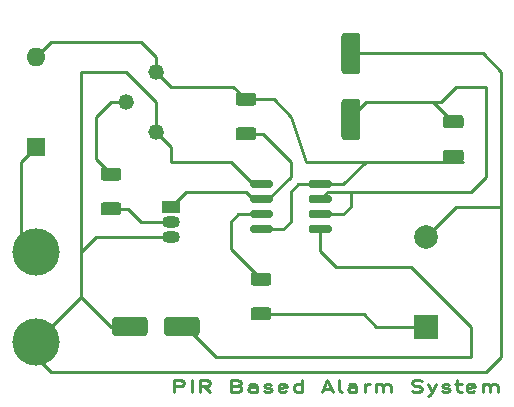
<source format=gbr>
%TF.GenerationSoftware,KiCad,Pcbnew,(5.1.9)-1*%
%TF.CreationDate,2021-03-24T16:34:38+05:30*%
%TF.ProjectId,pir alarm system,70697220-616c-4617-926d-207379737465,1.0*%
%TF.SameCoordinates,Original*%
%TF.FileFunction,Copper,L1,Top*%
%TF.FilePolarity,Positive*%
%FSLAX46Y46*%
G04 Gerber Fmt 4.6, Leading zero omitted, Abs format (unit mm)*
G04 Created by KiCad (PCBNEW (5.1.9)-1) date 2021-03-24 16:34:38*
%MOMM*%
%LPD*%
G01*
G04 APERTURE LIST*
%TA.AperFunction,NonConductor*%
%ADD10C,0.250000*%
%TD*%
%TA.AperFunction,SMDPad,CuDef*%
%ADD11C,4.000000*%
%TD*%
%TA.AperFunction,ComponentPad*%
%ADD12O,1.600000X1.600000*%
%TD*%
%TA.AperFunction,ComponentPad*%
%ADD13R,1.600000X1.600000*%
%TD*%
%TA.AperFunction,ComponentPad*%
%ADD14R,1.500000X1.050000*%
%TD*%
%TA.AperFunction,ComponentPad*%
%ADD15O,1.500000X1.050000*%
%TD*%
%TA.AperFunction,ComponentPad*%
%ADD16C,1.320800*%
%TD*%
%TA.AperFunction,ComponentPad*%
%ADD17C,2.000000*%
%TD*%
%TA.AperFunction,ComponentPad*%
%ADD18R,2.000000X2.000000*%
%TD*%
%TA.AperFunction,Conductor*%
%ADD19C,0.250000*%
%TD*%
G04 APERTURE END LIST*
D10*
X152655714Y-138882380D02*
X152655714Y-137882380D01*
X153227142Y-137882380D01*
X153370000Y-137930000D01*
X153441428Y-137977619D01*
X153512857Y-138072857D01*
X153512857Y-138215714D01*
X153441428Y-138310952D01*
X153370000Y-138358571D01*
X153227142Y-138406190D01*
X152655714Y-138406190D01*
X154155714Y-138882380D02*
X154155714Y-137882380D01*
X155727142Y-138882380D02*
X155227142Y-138406190D01*
X154870000Y-138882380D02*
X154870000Y-137882380D01*
X155441428Y-137882380D01*
X155584285Y-137930000D01*
X155655714Y-137977619D01*
X155727142Y-138072857D01*
X155727142Y-138215714D01*
X155655714Y-138310952D01*
X155584285Y-138358571D01*
X155441428Y-138406190D01*
X154870000Y-138406190D01*
X158012857Y-138358571D02*
X158227142Y-138406190D01*
X158298571Y-138453809D01*
X158370000Y-138549047D01*
X158370000Y-138691904D01*
X158298571Y-138787142D01*
X158227142Y-138834761D01*
X158084285Y-138882380D01*
X157512857Y-138882380D01*
X157512857Y-137882380D01*
X158012857Y-137882380D01*
X158155714Y-137930000D01*
X158227142Y-137977619D01*
X158298571Y-138072857D01*
X158298571Y-138168095D01*
X158227142Y-138263333D01*
X158155714Y-138310952D01*
X158012857Y-138358571D01*
X157512857Y-138358571D01*
X159655714Y-138882380D02*
X159655714Y-138358571D01*
X159584285Y-138263333D01*
X159441428Y-138215714D01*
X159155714Y-138215714D01*
X159012857Y-138263333D01*
X159655714Y-138834761D02*
X159512857Y-138882380D01*
X159155714Y-138882380D01*
X159012857Y-138834761D01*
X158941428Y-138739523D01*
X158941428Y-138644285D01*
X159012857Y-138549047D01*
X159155714Y-138501428D01*
X159512857Y-138501428D01*
X159655714Y-138453809D01*
X160298571Y-138834761D02*
X160441428Y-138882380D01*
X160727142Y-138882380D01*
X160870000Y-138834761D01*
X160941428Y-138739523D01*
X160941428Y-138691904D01*
X160870000Y-138596666D01*
X160727142Y-138549047D01*
X160512857Y-138549047D01*
X160370000Y-138501428D01*
X160298571Y-138406190D01*
X160298571Y-138358571D01*
X160370000Y-138263333D01*
X160512857Y-138215714D01*
X160727142Y-138215714D01*
X160870000Y-138263333D01*
X162155714Y-138834761D02*
X162012857Y-138882380D01*
X161727142Y-138882380D01*
X161584285Y-138834761D01*
X161512857Y-138739523D01*
X161512857Y-138358571D01*
X161584285Y-138263333D01*
X161727142Y-138215714D01*
X162012857Y-138215714D01*
X162155714Y-138263333D01*
X162227142Y-138358571D01*
X162227142Y-138453809D01*
X161512857Y-138549047D01*
X163512857Y-138882380D02*
X163512857Y-137882380D01*
X163512857Y-138834761D02*
X163370000Y-138882380D01*
X163084285Y-138882380D01*
X162941428Y-138834761D01*
X162870000Y-138787142D01*
X162798571Y-138691904D01*
X162798571Y-138406190D01*
X162870000Y-138310952D01*
X162941428Y-138263333D01*
X163084285Y-138215714D01*
X163370000Y-138215714D01*
X163512857Y-138263333D01*
X165298571Y-138596666D02*
X166012857Y-138596666D01*
X165155714Y-138882380D02*
X165655714Y-137882380D01*
X166155714Y-138882380D01*
X166870000Y-138882380D02*
X166727142Y-138834761D01*
X166655714Y-138739523D01*
X166655714Y-137882380D01*
X168084285Y-138882380D02*
X168084285Y-138358571D01*
X168012857Y-138263333D01*
X167870000Y-138215714D01*
X167584285Y-138215714D01*
X167441428Y-138263333D01*
X168084285Y-138834761D02*
X167941428Y-138882380D01*
X167584285Y-138882380D01*
X167441428Y-138834761D01*
X167370000Y-138739523D01*
X167370000Y-138644285D01*
X167441428Y-138549047D01*
X167584285Y-138501428D01*
X167941428Y-138501428D01*
X168084285Y-138453809D01*
X168798571Y-138882380D02*
X168798571Y-138215714D01*
X168798571Y-138406190D02*
X168870000Y-138310952D01*
X168941428Y-138263333D01*
X169084285Y-138215714D01*
X169227142Y-138215714D01*
X169727142Y-138882380D02*
X169727142Y-138215714D01*
X169727142Y-138310952D02*
X169798571Y-138263333D01*
X169941428Y-138215714D01*
X170155714Y-138215714D01*
X170298571Y-138263333D01*
X170370000Y-138358571D01*
X170370000Y-138882380D01*
X170370000Y-138358571D02*
X170441428Y-138263333D01*
X170584285Y-138215714D01*
X170798571Y-138215714D01*
X170941428Y-138263333D01*
X171012857Y-138358571D01*
X171012857Y-138882380D01*
X172798571Y-138834761D02*
X173012857Y-138882380D01*
X173370000Y-138882380D01*
X173512857Y-138834761D01*
X173584285Y-138787142D01*
X173655714Y-138691904D01*
X173655714Y-138596666D01*
X173584285Y-138501428D01*
X173512857Y-138453809D01*
X173370000Y-138406190D01*
X173084285Y-138358571D01*
X172941428Y-138310952D01*
X172870000Y-138263333D01*
X172798571Y-138168095D01*
X172798571Y-138072857D01*
X172870000Y-137977619D01*
X172941428Y-137930000D01*
X173084285Y-137882380D01*
X173441428Y-137882380D01*
X173655714Y-137930000D01*
X174155714Y-138215714D02*
X174512857Y-138882380D01*
X174870000Y-138215714D02*
X174512857Y-138882380D01*
X174370000Y-139120476D01*
X174298571Y-139168095D01*
X174155714Y-139215714D01*
X175370000Y-138834761D02*
X175512857Y-138882380D01*
X175798571Y-138882380D01*
X175941428Y-138834761D01*
X176012857Y-138739523D01*
X176012857Y-138691904D01*
X175941428Y-138596666D01*
X175798571Y-138549047D01*
X175584285Y-138549047D01*
X175441428Y-138501428D01*
X175370000Y-138406190D01*
X175370000Y-138358571D01*
X175441428Y-138263333D01*
X175584285Y-138215714D01*
X175798571Y-138215714D01*
X175941428Y-138263333D01*
X176441428Y-138215714D02*
X177012857Y-138215714D01*
X176655714Y-137882380D02*
X176655714Y-138739523D01*
X176727142Y-138834761D01*
X176870000Y-138882380D01*
X177012857Y-138882380D01*
X178084285Y-138834761D02*
X177941428Y-138882380D01*
X177655714Y-138882380D01*
X177512857Y-138834761D01*
X177441428Y-138739523D01*
X177441428Y-138358571D01*
X177512857Y-138263333D01*
X177655714Y-138215714D01*
X177941428Y-138215714D01*
X178084285Y-138263333D01*
X178155714Y-138358571D01*
X178155714Y-138453809D01*
X177441428Y-138549047D01*
X178798571Y-138882380D02*
X178798571Y-138215714D01*
X178798571Y-138310952D02*
X178870000Y-138263333D01*
X179012857Y-138215714D01*
X179227142Y-138215714D01*
X179370000Y-138263333D01*
X179441428Y-138358571D01*
X179441428Y-138882380D01*
X179441428Y-138358571D02*
X179512857Y-138263333D01*
X179655714Y-138215714D01*
X179870000Y-138215714D01*
X180012857Y-138263333D01*
X180084285Y-138358571D01*
X180084285Y-138882380D01*
D11*
%TO.P,VCC1,1*%
%TO.N,Net-(SW1-Pad1)*%
X140970000Y-127000000D03*
%TD*%
%TO.P,U1,8*%
%TO.N,/SW*%
%TA.AperFunction,SMDPad,CuDef*%
G36*
G01*
X164060000Y-121435000D02*
X164060000Y-121135000D01*
G75*
G02*
X164210000Y-120985000I150000J0D01*
G01*
X165860000Y-120985000D01*
G75*
G02*
X166010000Y-121135000I0J-150000D01*
G01*
X166010000Y-121435000D01*
G75*
G02*
X165860000Y-121585000I-150000J0D01*
G01*
X164210000Y-121585000D01*
G75*
G02*
X164060000Y-121435000I0J150000D01*
G01*
G37*
%TD.AperFunction*%
%TO.P,U1,7*%
%TO.N,Net-(C2-Pad1)*%
%TA.AperFunction,SMDPad,CuDef*%
G36*
G01*
X164060000Y-122705000D02*
X164060000Y-122405000D01*
G75*
G02*
X164210000Y-122255000I150000J0D01*
G01*
X165860000Y-122255000D01*
G75*
G02*
X166010000Y-122405000I0J-150000D01*
G01*
X166010000Y-122705000D01*
G75*
G02*
X165860000Y-122855000I-150000J0D01*
G01*
X164210000Y-122855000D01*
G75*
G02*
X164060000Y-122705000I0J150000D01*
G01*
G37*
%TD.AperFunction*%
%TO.P,U1,6*%
%TA.AperFunction,SMDPad,CuDef*%
G36*
G01*
X164060000Y-123975000D02*
X164060000Y-123675000D01*
G75*
G02*
X164210000Y-123525000I150000J0D01*
G01*
X165860000Y-123525000D01*
G75*
G02*
X166010000Y-123675000I0J-150000D01*
G01*
X166010000Y-123975000D01*
G75*
G02*
X165860000Y-124125000I-150000J0D01*
G01*
X164210000Y-124125000D01*
G75*
G02*
X164060000Y-123975000I0J150000D01*
G01*
G37*
%TD.AperFunction*%
%TO.P,U1,5*%
%TO.N,Net-(C1-Pad1)*%
%TA.AperFunction,SMDPad,CuDef*%
G36*
G01*
X164060000Y-125245000D02*
X164060000Y-124945000D01*
G75*
G02*
X164210000Y-124795000I150000J0D01*
G01*
X165860000Y-124795000D01*
G75*
G02*
X166010000Y-124945000I0J-150000D01*
G01*
X166010000Y-125245000D01*
G75*
G02*
X165860000Y-125395000I-150000J0D01*
G01*
X164210000Y-125395000D01*
G75*
G02*
X164060000Y-125245000I0J150000D01*
G01*
G37*
%TD.AperFunction*%
%TO.P,U1,4*%
%TO.N,/SW*%
%TA.AperFunction,SMDPad,CuDef*%
G36*
G01*
X159110000Y-125245000D02*
X159110000Y-124945000D01*
G75*
G02*
X159260000Y-124795000I150000J0D01*
G01*
X160910000Y-124795000D01*
G75*
G02*
X161060000Y-124945000I0J-150000D01*
G01*
X161060000Y-125245000D01*
G75*
G02*
X160910000Y-125395000I-150000J0D01*
G01*
X159260000Y-125395000D01*
G75*
G02*
X159110000Y-125245000I0J150000D01*
G01*
G37*
%TD.AperFunction*%
%TO.P,U1,3*%
%TO.N,/OUT*%
%TA.AperFunction,SMDPad,CuDef*%
G36*
G01*
X159110000Y-123975000D02*
X159110000Y-123675000D01*
G75*
G02*
X159260000Y-123525000I150000J0D01*
G01*
X160910000Y-123525000D01*
G75*
G02*
X161060000Y-123675000I0J-150000D01*
G01*
X161060000Y-123975000D01*
G75*
G02*
X160910000Y-124125000I-150000J0D01*
G01*
X159260000Y-124125000D01*
G75*
G02*
X159110000Y-123975000I0J150000D01*
G01*
G37*
%TD.AperFunction*%
%TO.P,U1,2*%
%TO.N,Net-(Q1-Pad1)*%
%TA.AperFunction,SMDPad,CuDef*%
G36*
G01*
X159110000Y-122705000D02*
X159110000Y-122405000D01*
G75*
G02*
X159260000Y-122255000I150000J0D01*
G01*
X160910000Y-122255000D01*
G75*
G02*
X161060000Y-122405000I0J-150000D01*
G01*
X161060000Y-122705000D01*
G75*
G02*
X160910000Y-122855000I-150000J0D01*
G01*
X159260000Y-122855000D01*
G75*
G02*
X159110000Y-122705000I0J150000D01*
G01*
G37*
%TD.AperFunction*%
%TO.P,U1,1*%
%TO.N,GNDREF*%
%TA.AperFunction,SMDPad,CuDef*%
G36*
G01*
X159110000Y-121435000D02*
X159110000Y-121135000D01*
G75*
G02*
X159260000Y-120985000I150000J0D01*
G01*
X160910000Y-120985000D01*
G75*
G02*
X161060000Y-121135000I0J-150000D01*
G01*
X161060000Y-121435000D01*
G75*
G02*
X160910000Y-121585000I-150000J0D01*
G01*
X159260000Y-121585000D01*
G75*
G02*
X159110000Y-121435000I0J150000D01*
G01*
G37*
%TD.AperFunction*%
%TD*%
D12*
%TO.P,SW1,2*%
%TO.N,/SW*%
X140970000Y-110490000D03*
D13*
%TO.P,SW1,1*%
%TO.N,Net-(SW1-Pad1)*%
X140970000Y-118110000D03*
%TD*%
%TO.P,R4,2*%
%TO.N,/OUT*%
%TA.AperFunction,SMDPad,CuDef*%
G36*
G01*
X160645001Y-129910000D02*
X159394999Y-129910000D01*
G75*
G02*
X159145000Y-129660001I0J249999D01*
G01*
X159145000Y-129034999D01*
G75*
G02*
X159394999Y-128785000I249999J0D01*
G01*
X160645001Y-128785000D01*
G75*
G02*
X160895000Y-129034999I0J-249999D01*
G01*
X160895000Y-129660001D01*
G75*
G02*
X160645001Y-129910000I-249999J0D01*
G01*
G37*
%TD.AperFunction*%
%TO.P,R4,1*%
%TO.N,Net-(BZ1-Pad1)*%
%TA.AperFunction,SMDPad,CuDef*%
G36*
G01*
X160645001Y-132835000D02*
X159394999Y-132835000D01*
G75*
G02*
X159145000Y-132585001I0J249999D01*
G01*
X159145000Y-131959999D01*
G75*
G02*
X159394999Y-131710000I249999J0D01*
G01*
X160645001Y-131710000D01*
G75*
G02*
X160895000Y-131959999I0J-249999D01*
G01*
X160895000Y-132585001D01*
G75*
G02*
X160645001Y-132835000I-249999J0D01*
G01*
G37*
%TD.AperFunction*%
%TD*%
%TO.P,R3,2*%
%TO.N,Net-(C2-Pad1)*%
%TA.AperFunction,SMDPad,CuDef*%
G36*
G01*
X176940002Y-116565001D02*
X175690000Y-116565001D01*
G75*
G02*
X175440001Y-116315002I0J249999D01*
G01*
X175440001Y-115690000D01*
G75*
G02*
X175690000Y-115440001I249999J0D01*
G01*
X176940002Y-115440001D01*
G75*
G02*
X177190001Y-115690000I0J-249999D01*
G01*
X177190001Y-116315002D01*
G75*
G02*
X176940002Y-116565001I-249999J0D01*
G01*
G37*
%TD.AperFunction*%
%TO.P,R3,1*%
%TO.N,/SW*%
%TA.AperFunction,SMDPad,CuDef*%
G36*
G01*
X176940002Y-119490001D02*
X175690000Y-119490001D01*
G75*
G02*
X175440001Y-119240002I0J249999D01*
G01*
X175440001Y-118615000D01*
G75*
G02*
X175690000Y-118365001I249999J0D01*
G01*
X176940002Y-118365001D01*
G75*
G02*
X177190001Y-118615000I0J-249999D01*
G01*
X177190001Y-119240002D01*
G75*
G02*
X176940002Y-119490001I-249999J0D01*
G01*
G37*
%TD.AperFunction*%
%TD*%
%TO.P,R2,2*%
%TO.N,Net-(Q1-Pad1)*%
%TA.AperFunction,SMDPad,CuDef*%
G36*
G01*
X158124999Y-116470000D02*
X159375001Y-116470000D01*
G75*
G02*
X159625000Y-116719999I0J-249999D01*
G01*
X159625000Y-117345001D01*
G75*
G02*
X159375001Y-117595000I-249999J0D01*
G01*
X158124999Y-117595000D01*
G75*
G02*
X157875000Y-117345001I0J249999D01*
G01*
X157875000Y-116719999D01*
G75*
G02*
X158124999Y-116470000I249999J0D01*
G01*
G37*
%TD.AperFunction*%
%TO.P,R2,1*%
%TO.N,/SW*%
%TA.AperFunction,SMDPad,CuDef*%
G36*
G01*
X158124999Y-113545000D02*
X159375001Y-113545000D01*
G75*
G02*
X159625000Y-113794999I0J-249999D01*
G01*
X159625000Y-114420001D01*
G75*
G02*
X159375001Y-114670000I-249999J0D01*
G01*
X158124999Y-114670000D01*
G75*
G02*
X157875000Y-114420001I0J249999D01*
G01*
X157875000Y-113794999D01*
G75*
G02*
X158124999Y-113545000I249999J0D01*
G01*
G37*
%TD.AperFunction*%
%TD*%
%TO.P,R1,2*%
%TO.N,Net-(H1-Pad2)*%
%TA.AperFunction,SMDPad,CuDef*%
G36*
G01*
X147945001Y-121020000D02*
X146694999Y-121020000D01*
G75*
G02*
X146445000Y-120770001I0J249999D01*
G01*
X146445000Y-120144999D01*
G75*
G02*
X146694999Y-119895000I249999J0D01*
G01*
X147945001Y-119895000D01*
G75*
G02*
X148195000Y-120144999I0J-249999D01*
G01*
X148195000Y-120770001D01*
G75*
G02*
X147945001Y-121020000I-249999J0D01*
G01*
G37*
%TD.AperFunction*%
%TO.P,R1,1*%
%TO.N,Net-(Q1-Pad2)*%
%TA.AperFunction,SMDPad,CuDef*%
G36*
G01*
X147945001Y-123945000D02*
X146694999Y-123945000D01*
G75*
G02*
X146445000Y-123695001I0J249999D01*
G01*
X146445000Y-123069999D01*
G75*
G02*
X146694999Y-122820000I249999J0D01*
G01*
X147945001Y-122820000D01*
G75*
G02*
X148195000Y-123069999I0J-249999D01*
G01*
X148195000Y-123695001D01*
G75*
G02*
X147945001Y-123945000I-249999J0D01*
G01*
G37*
%TD.AperFunction*%
%TD*%
D14*
%TO.P,Q1,1*%
%TO.N,Net-(Q1-Pad1)*%
X152400000Y-123190000D03*
D15*
%TO.P,Q1,3*%
%TO.N,GNDREF*%
X152400000Y-125730000D03*
%TO.P,Q1,2*%
%TO.N,Net-(Q1-Pad2)*%
X152400000Y-124460000D03*
%TD*%
D16*
%TO.P,H1,1*%
%TO.N,/SW*%
X151130000Y-111760000D03*
%TO.P,H1,2*%
%TO.N,Net-(H1-Pad2)*%
X148590000Y-114300000D03*
%TO.P,H1,3*%
%TO.N,GNDREF*%
X151130000Y-116840000D03*
%TD*%
D11*
%TO.P,GND1,1*%
%TO.N,GNDREF*%
X140970000Y-134620000D03*
%TD*%
%TO.P,C2,2*%
%TO.N,GNDREF*%
%TA.AperFunction,SMDPad,CuDef*%
G36*
G01*
X168190000Y-111980000D02*
X167090000Y-111980000D01*
G75*
G02*
X166840000Y-111730000I0J250000D01*
G01*
X166840000Y-108730000D01*
G75*
G02*
X167090000Y-108480000I250000J0D01*
G01*
X168190000Y-108480000D01*
G75*
G02*
X168440000Y-108730000I0J-250000D01*
G01*
X168440000Y-111730000D01*
G75*
G02*
X168190000Y-111980000I-250000J0D01*
G01*
G37*
%TD.AperFunction*%
%TO.P,C2,1*%
%TO.N,Net-(C2-Pad1)*%
%TA.AperFunction,SMDPad,CuDef*%
G36*
G01*
X168190000Y-117580000D02*
X167090000Y-117580000D01*
G75*
G02*
X166840000Y-117330000I0J250000D01*
G01*
X166840000Y-114330000D01*
G75*
G02*
X167090000Y-114080000I250000J0D01*
G01*
X168190000Y-114080000D01*
G75*
G02*
X168440000Y-114330000I0J-250000D01*
G01*
X168440000Y-117330000D01*
G75*
G02*
X168190000Y-117580000I-250000J0D01*
G01*
G37*
%TD.AperFunction*%
%TD*%
%TO.P,C1,2*%
%TO.N,GNDREF*%
%TA.AperFunction,SMDPad,CuDef*%
G36*
G01*
X150430000Y-132800000D02*
X150430000Y-133900000D01*
G75*
G02*
X150180000Y-134150000I-250000J0D01*
G01*
X147680000Y-134150000D01*
G75*
G02*
X147430000Y-133900000I0J250000D01*
G01*
X147430000Y-132800000D01*
G75*
G02*
X147680000Y-132550000I250000J0D01*
G01*
X150180000Y-132550000D01*
G75*
G02*
X150430000Y-132800000I0J-250000D01*
G01*
G37*
%TD.AperFunction*%
%TO.P,C1,1*%
%TO.N,Net-(C1-Pad1)*%
%TA.AperFunction,SMDPad,CuDef*%
G36*
G01*
X154830000Y-132800000D02*
X154830000Y-133900000D01*
G75*
G02*
X154580000Y-134150000I-250000J0D01*
G01*
X152080000Y-134150000D01*
G75*
G02*
X151830000Y-133900000I0J250000D01*
G01*
X151830000Y-132800000D01*
G75*
G02*
X152080000Y-132550000I250000J0D01*
G01*
X154580000Y-132550000D01*
G75*
G02*
X154830000Y-132800000I0J-250000D01*
G01*
G37*
%TD.AperFunction*%
%TD*%
D17*
%TO.P,BZ1,2*%
%TO.N,GNDREF*%
X173990000Y-125750000D03*
D18*
%TO.P,BZ1,1*%
%TO.N,Net-(BZ1-Pad1)*%
X173990000Y-133350000D03*
%TD*%
D19*
%TO.N,GNDREF*%
X151130000Y-116840000D02*
X151130000Y-114300000D01*
X146050000Y-125730000D02*
X152400000Y-125730000D01*
X144780000Y-127000000D02*
X146050000Y-125730000D01*
X144780000Y-111760000D02*
X144780000Y-127000000D01*
X148590000Y-111760000D02*
X144780000Y-111760000D01*
X151130000Y-114300000D02*
X148590000Y-111760000D01*
X144780000Y-127000000D02*
X144780000Y-130810000D01*
X147320000Y-133350000D02*
X148930000Y-133350000D01*
X144780000Y-130810000D02*
X147320000Y-133350000D01*
X144780000Y-130810000D02*
X142240000Y-133350000D01*
X142240000Y-133350000D02*
X140970000Y-134620000D01*
X140970000Y-134620000D02*
X140970000Y-135890000D01*
X178810000Y-110230000D02*
X167640000Y-110230000D01*
X180340000Y-111760000D02*
X178810000Y-110230000D01*
X180340000Y-135890000D02*
X180340000Y-123190000D01*
X180340000Y-123190000D02*
X180340000Y-111760000D01*
X179070000Y-137160000D02*
X180340000Y-135890000D01*
X142240000Y-137160000D02*
X179070000Y-137160000D01*
X140970000Y-135890000D02*
X142240000Y-137160000D01*
X173990000Y-125750000D02*
X173990000Y-125730000D01*
X176530000Y-123190000D02*
X180340000Y-123190000D01*
X173990000Y-125730000D02*
X176530000Y-123190000D01*
X151130000Y-116840000D02*
X152400000Y-118110000D01*
X159385000Y-121285000D02*
X160085000Y-121285000D01*
X157480000Y-119380000D02*
X159385000Y-121285000D01*
X152400000Y-119380000D02*
X157480000Y-119380000D01*
X152400000Y-118110000D02*
X152400000Y-119380000D01*
%TO.N,Net-(BZ1-Pad1)*%
X160020000Y-132272500D02*
X168717500Y-132272500D01*
X169795000Y-133350000D02*
X173990000Y-133350000D01*
X168717500Y-132272500D02*
X169795000Y-133350000D01*
%TO.N,Net-(C1-Pad1)*%
X165035000Y-125095000D02*
X165035000Y-126935000D01*
X153670000Y-133350000D02*
X153330000Y-133350000D01*
X156210000Y-135890000D02*
X153670000Y-133350000D01*
X177800000Y-135890000D02*
X156210000Y-135890000D01*
X177800000Y-134620000D02*
X177800000Y-135890000D01*
X177800000Y-133350000D02*
X177800000Y-134620000D01*
X172720000Y-128270000D02*
X177800000Y-133350000D01*
X166370000Y-128270000D02*
X172720000Y-128270000D01*
X165035000Y-126935000D02*
X166370000Y-128270000D01*
%TO.N,Net-(C2-Pad1)*%
X167640000Y-115830000D02*
X167640000Y-115570000D01*
X174612500Y-114300000D02*
X176315001Y-116002501D01*
X168910000Y-114300000D02*
X173990000Y-114300000D01*
X173990000Y-114300000D02*
X174612500Y-114300000D01*
X167640000Y-115570000D02*
X168910000Y-114300000D01*
X173990000Y-114300000D02*
X175260000Y-114300000D01*
X165670000Y-121920000D02*
X165035000Y-122555000D01*
X177800000Y-121920000D02*
X167640000Y-121920000D01*
X167640000Y-121920000D02*
X165670000Y-121920000D01*
X179070000Y-120650000D02*
X177800000Y-121920000D01*
X179070000Y-113030000D02*
X179070000Y-120650000D01*
X176530000Y-113030000D02*
X179070000Y-113030000D01*
X175260000Y-114300000D02*
X176530000Y-113030000D01*
X167640000Y-121920000D02*
X167640000Y-123190000D01*
X167005000Y-123825000D02*
X165035000Y-123825000D01*
X167640000Y-123190000D02*
X167005000Y-123825000D01*
%TO.N,/SW*%
X140970000Y-110490000D02*
X142240000Y-109220000D01*
X151130000Y-110490000D02*
X151130000Y-111760000D01*
X149860000Y-109220000D02*
X151130000Y-110490000D01*
X142240000Y-109220000D02*
X149860000Y-109220000D01*
X151130000Y-111760000D02*
X152400000Y-113030000D01*
X152400000Y-113030000D02*
X157672500Y-113030000D01*
X157672500Y-113030000D02*
X158750000Y-114107500D01*
X160085000Y-125095000D02*
X161925000Y-125095000D01*
X161925000Y-125095000D02*
X162560000Y-124460000D01*
X162560000Y-124460000D02*
X162560000Y-121920000D01*
X163195000Y-121285000D02*
X165035000Y-121285000D01*
X162560000Y-121920000D02*
X163195000Y-121285000D01*
X158750000Y-114107500D02*
X161097500Y-114107500D01*
X162560000Y-115570000D02*
X163830000Y-119380000D01*
X161097500Y-114107500D02*
X162560000Y-115570000D01*
X163830000Y-119380000D02*
X168910000Y-119380000D01*
X168910000Y-119380000D02*
X177132502Y-119380000D01*
X177132502Y-119380000D02*
X176315001Y-118927501D01*
X165035000Y-121285000D02*
X167005000Y-121285000D01*
X167005000Y-121285000D02*
X168910000Y-119380000D01*
%TO.N,Net-(H1-Pad2)*%
X148590000Y-114300000D02*
X147320000Y-114300000D01*
X146050000Y-119187500D02*
X147320000Y-120457500D01*
X146050000Y-115570000D02*
X146050000Y-119187500D01*
X147320000Y-114300000D02*
X146050000Y-115570000D01*
%TO.N,Net-(Q1-Pad1)*%
X152400000Y-123190000D02*
X153670000Y-121920000D01*
X159385000Y-122555000D02*
X160085000Y-122555000D01*
X158750000Y-121920000D02*
X159385000Y-122555000D01*
X157480000Y-121920000D02*
X158750000Y-121920000D01*
X153670000Y-121920000D02*
X157480000Y-121920000D01*
X158750000Y-117032500D02*
X160212500Y-117032500D01*
X160655000Y-122555000D02*
X160085000Y-122555000D01*
X162560000Y-120650000D02*
X160655000Y-122555000D01*
X162560000Y-119380000D02*
X162560000Y-120650000D01*
X160212500Y-117032500D02*
X162560000Y-119380000D01*
%TO.N,Net-(Q1-Pad2)*%
X147320000Y-123382500D02*
X148782500Y-123382500D01*
X149860000Y-124460000D02*
X152400000Y-124460000D01*
X148782500Y-123382500D02*
X149860000Y-124460000D01*
%TO.N,/OUT*%
X160085000Y-123825000D02*
X158115000Y-123825000D01*
X157480000Y-126807500D02*
X160020000Y-129347500D01*
X157480000Y-124460000D02*
X157480000Y-126807500D01*
X158115000Y-123825000D02*
X157480000Y-124460000D01*
%TO.N,Net-(SW1-Pad1)*%
X140970000Y-118110000D02*
X139700000Y-119380000D01*
X139700000Y-125730000D02*
X140970000Y-127000000D01*
X139700000Y-119380000D02*
X139700000Y-120650000D01*
X139700000Y-120650000D02*
X139700000Y-125730000D01*
%TD*%
M02*

</source>
